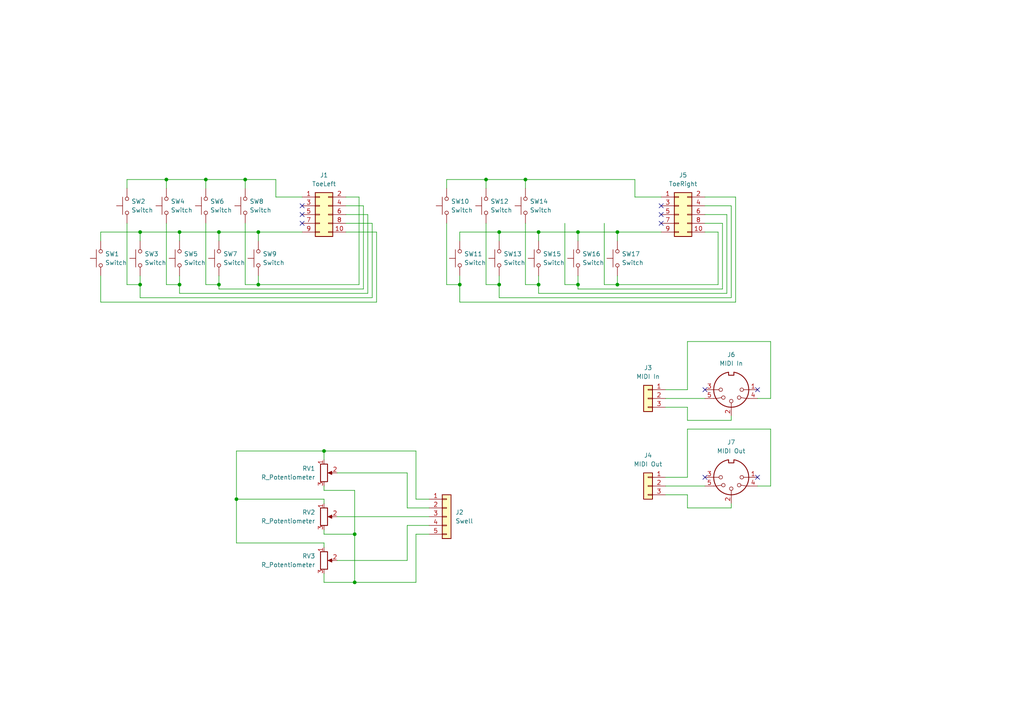
<source format=kicad_sch>
(kicad_sch (version 20231120) (generator "eeschema") (generator_version "8.0")
  (paper "A4")
  (lib_symbols
    (symbol "Connector:DIN-5_180degree" (pin_names (offset 1.016))
      (property "Reference" "J" (at 3.175 5.715 0))
      (property "Value" "DIN-5_180degree" (at 0 -6.35 0))
      (symbol "DIN-5_180degree_0_1"
        (arc (start -5.08 0) (mid -3.8609 -3.3364) (end -0.762 -5.08) (stroke (width 0.254)))
        (circle (center -3.048 0) (radius 0.508))
        (circle (center -2.286 2.286) (radius 0.508))
        (polyline (pts (xy -5.08 0) (xy -3.556 0)))
        (polyline (pts (xy 0 5.08) (xy 0 3.81)))
        (polyline (pts (xy 5.08 0) (xy 3.556 0)))
        (polyline (pts (xy -5.08 2.54) (xy -4.318 2.54) (xy -2.794 2.286)))
        (polyline (pts (xy 5.08 2.54) (xy 4.318 2.54) (xy 2.794 2.286)))
        (polyline (pts (xy -0.762 -4.953) (xy -0.762 -4.191) (xy 0.762 -4.191) (xy 0.762 -4.953)) (stroke (width 0.254)))
        (circle (center 0 3.302) (radius 0.508))
        (arc (start 0.762 -5.08) (mid 3.8685 -3.343) (end 5.08 0) (stroke (width 0.254)))
        (circle (center 2.286 2.286) (radius 0.508))
        (circle (center 3.048 0) (radius 0.508))
        (arc (start 5.08 0) (mid 0 5.0579) (end -5.08 0) (stroke (width 0.254)))
      )
      (symbol "DIN-5_180degree_1_1"
        (pin passive line (at -7.62 0 0) (length 2.54) (name "~") (number "1"))
        (pin passive line (at 0 7.62 270) (length 2.54) (name "~") (number "2"))
        (pin passive line (at 7.62 0 180) (length 2.54) (name "~") (number "3"))
        (pin passive line (at -7.62 2.54 0) (length 2.54) (name "~") (number "4"))
        (pin passive line (at 7.62 2.54 180) (length 2.54) (name "~") (number "5"))
      )
    )
    (symbol "Connector_Generic:Conn_01x03" (pin_names (offset 1.016) hide)
      (property "Reference" "J" (at 0 5.08 0))
      (property "Value" "Conn_01x03" (at 0 -5.08 0))
      (symbol "Conn_01x03_1_1"
        (rectangle (start -1.27 -2.413) (end 0 -2.667) (stroke (width 0.1524)))
        (rectangle (start -1.27 0.127) (end 0 -0.127) (stroke (width 0.1524)))
        (rectangle (start -1.27 2.667) (end 0 2.413) (stroke (width 0.1524)))
        (rectangle (start -1.27 3.81) (end 1.27 -3.81) (stroke (width 0.254)) (fill (type background)))
        (pin passive line (at -5.08 2.54 0) (length 3.81) (name "Pin_1") (number "1"))
        (pin passive line (at -5.08 0 0) (length 3.81) (name "Pin_2") (number "2"))
        (pin passive line (at -5.08 -2.54 0) (length 3.81) (name "Pin_3") (number "3"))
      )
    )
    (symbol "Connector_Generic:Conn_01x05" (pin_names (offset 1.016) hide)
      (property "Reference" "J" (at 0 7.62 0))
      (property "Value" "Conn_01x05" (at 0 -7.62 0))
      (symbol "Conn_01x05_1_1"
        (rectangle (start -1.27 -4.953) (end 0 -5.207) (stroke (width 0.1524)))
        (rectangle (start -1.27 -2.413) (end 0 -2.667) (stroke (width 0.1524)))
        (rectangle (start -1.27 0.127) (end 0 -0.127) (stroke (width 0.1524)))
        (rectangle (start -1.27 2.667) (end 0 2.413) (stroke (width 0.1524)))
        (rectangle (start -1.27 5.207) (end 0 4.953) (stroke (width 0.1524)))
        (rectangle (start -1.27 6.35) (end 1.27 -6.35) (stroke (width 0.254)) (fill (type background)))
        (pin passive line (at -5.08 5.08 0) (length 3.81) (name "Pin_1") (number "1"))
        (pin passive line (at -5.08 2.54 0) (length 3.81) (name "Pin_2") (number "2"))
        (pin passive line (at -5.08 0 0) (length 3.81) (name "Pin_3") (number "3"))
        (pin passive line (at -5.08 -2.54 0) (length 3.81) (name "Pin_4") (number "4"))
        (pin passive line (at -5.08 -5.08 0) (length 3.81) (name "Pin_5") (number "5"))
      )
    )
    (symbol "Connector_Generic:Conn_02x05_Odd_Even" (pin_names (offset 1.016) hide)
      (property "Reference" "J" (at 1.27 7.62 0))
      (property "Value" "Conn_02x05_Odd_Even" (at 1.27 -7.62 0))
      (symbol "Conn_02x05_Odd_Even_1_1"
        (rectangle (start -1.27 -4.953) (end 0 -5.207) (stroke (width 0.1524)))
        (rectangle (start -1.27 -2.413) (end 0 -2.667) (stroke (width 0.1524)))
        (rectangle (start -1.27 0.127) (end 0 -0.127) (stroke (width 0.1524)))
        (rectangle (start -1.27 2.667) (end 0 2.413) (stroke (width 0.1524)))
        (rectangle (start -1.27 5.207) (end 0 4.953) (stroke (width 0.1524)))
        (rectangle (start -1.27 6.35) (end 3.81 -6.35) (stroke (width 0.254)) (fill (type background)))
        (rectangle (start 3.81 -4.953) (end 2.54 -5.207) (stroke (width 0.1524)))
        (rectangle (start 3.81 -2.413) (end 2.54 -2.667) (stroke (width 0.1524)))
        (rectangle (start 3.81 0.127) (end 2.54 -0.127) (stroke (width 0.1524)))
        (rectangle (start 3.81 2.667) (end 2.54 2.413) (stroke (width 0.1524)))
        (rectangle (start 3.81 5.207) (end 2.54 4.953) (stroke (width 0.1524)))
        (pin passive line (at -5.08 5.08 0) (length 3.81) (name "Pin_1") (number "1"))
        (pin passive line (at 7.62 -5.08 180) (length 3.81) (name "Pin_10") (number "10"))
        (pin passive line (at 7.62 5.08 180) (length 3.81) (name "Pin_2") (number "2"))
        (pin passive line (at -5.08 2.54 0) (length 3.81) (name "Pin_3") (number "3"))
        (pin passive line (at 7.62 2.54 180) (length 3.81) (name "Pin_4") (number "4"))
        (pin passive line (at -5.08 0 0) (length 3.81) (name "Pin_5") (number "5"))
        (pin passive line (at 7.62 0 180) (length 3.81) (name "Pin_6") (number "6"))
        (pin passive line (at -5.08 -2.54 0) (length 3.81) (name "Pin_7") (number "7"))
        (pin passive line (at 7.62 -2.54 180) (length 3.81) (name "Pin_8") (number "8"))
        (pin passive line (at -5.08 -5.08 0) (length 3.81) (name "Pin_9") (number "9"))
      )
    )
    (symbol "Device:R_Potentiometer" (pin_names (offset 1.016) hide)
      (property "Reference" "RV" (at -4.445 0 90))
      (property "Value" "R_Potentiometer" (at -2.54 0 90))
      (symbol "R_Potentiometer_0_1"
        (polyline (pts (xy 2.54 0) (xy 1.524 0)))
        (polyline (pts (xy 1.143 0) (xy 2.286 0.508) (xy 2.286 -0.508) (xy 1.143 0)) (fill (type outline)))
        (rectangle (start 1.016 2.54) (end -1.016 -2.54) (stroke (width 0.254)))
      )
      (symbol "R_Potentiometer_1_1"
        (pin passive line (at 0 3.81 270) (length 1.27) (name "1") (number "1"))
        (pin passive line (at 3.81 0 180) (length 1.27) (name "2") (number "2"))
        (pin passive line (at 0 -3.81 90) (length 1.27) (name "3") (number "3"))
      )
    )
    (symbol "Switch:SW_Push" (pin_numbers hide) (pin_names (offset 1.016) hide)
      (property "Reference" "SW" (at 1.27 2.54 0))
      (property "Value" "SW_Push" (at 0 -1.524 0))
      (symbol "SW_Push_0_1"
        (circle (center -2.032 0) (radius 0.508))
        (polyline (pts (xy 0 1.27) (xy 0 3.048)))
        (polyline (pts (xy 2.54 1.27) (xy -2.54 1.27)))
        (circle (center 2.032 0) (radius 0.508))
        (pin passive line (at -5.08 0 0) (length 2.54) (name "1") (number "1"))
        (pin passive line (at 5.08 0 180) (length 2.54) (name "2") (number "2"))
      )
    )
  )
  (junction (at 133.35 82.55))
  (junction (at 179.07 67.31))
  (junction (at 156.21 82.55))
  (junction (at 156.21 67.31))
  (junction (at 68.58 144.78))
  (junction (at 59.69 52.07))
  (junction (at 74.93 67.31))
  (junction (at 167.64 82.55))
  (junction (at 152.4 52.07))
  (junction (at 40.64 67.31))
  (junction (at 52.07 82.55))
  (junction (at 102.87 154.94))
  (junction (at 71.12 52.07))
  (junction (at 48.26 52.07))
  (junction (at 63.5 82.55))
  (junction (at 74.93 82.55))
  (junction (at 102.87 168.91))
  (junction (at 144.78 82.55))
  (junction (at 144.78 67.31))
  (junction (at 167.64 67.31))
  (junction (at 93.98 130.81))
  (junction (at 52.07 67.31))
  (junction (at 63.5 67.31))
  (junction (at 179.07 82.55))
  (junction (at 40.64 82.55))
  (junction (at 140.97 52.07))
  (no_connect (at 191.77 62.23))
  (no_connect (at 219.71 113.03))
  (no_connect (at 191.77 64.77))
  (no_connect (at 87.63 59.69))
  (no_connect (at 204.47 113.03))
  (no_connect (at 87.63 62.23))
  (no_connect (at 219.71 138.43))
  (no_connect (at 191.77 59.69))
  (no_connect (at 204.47 138.43))
  (no_connect (at 87.63 64.77))
  (wire (pts (xy 199.39 138.43) (xy 199.39 124.46)))
  (wire (pts (xy 48.26 52.07) (xy 48.26 54.61)))
  (wire (pts (xy 144.78 67.31) (xy 156.21 67.31)))
  (wire (pts (xy 97.79 137.16) (xy 118.11 137.16)))
  (wire (pts (xy 140.97 54.61) (xy 140.97 52.07)))
  (wire (pts (xy 29.21 69.85) (xy 29.21 67.31)))
  (wire (pts (xy 152.4 52.07) (xy 152.4 54.61)))
  (wire (pts (xy 212.09 86.36) (xy 144.78 86.36)))
  (wire (pts (xy 129.54 82.55) (xy 133.35 82.55)))
  (wire (pts (xy 71.12 82.55) (xy 74.93 82.55)))
  (wire (pts (xy 104.14 57.15) (xy 100.33 57.15)))
  (wire (pts (xy 109.22 87.63) (xy 29.21 87.63)))
  (wire (pts (xy 184.15 57.15) (xy 191.77 57.15)))
  (wire (pts (xy 52.07 67.31) (xy 63.5 67.31)))
  (wire (pts (xy 193.04 118.11) (xy 199.39 118.11)))
  (wire (pts (xy 52.07 82.55) (xy 52.07 80.01)))
  (wire (pts (xy 48.26 82.55) (xy 52.07 82.55)))
  (wire (pts (xy 210.82 85.09) (xy 156.21 85.09)))
  (wire (pts (xy 40.64 86.36) (xy 40.64 82.55)))
  (wire (pts (xy 63.5 67.31) (xy 74.93 67.31)))
  (wire (pts (xy 133.35 82.55) (xy 133.35 80.01)))
  (wire (pts (xy 118.11 152.4) (xy 118.11 162.56)))
  (wire (pts (xy 93.98 154.94) (xy 93.98 153.67)))
  (wire (pts (xy 74.93 82.55) (xy 74.93 80.01)))
  (wire (pts (xy 179.07 82.55) (xy 208.28 82.55)))
  (wire (pts (xy 167.64 83.82) (xy 167.64 82.55)))
  (wire (pts (xy 80.01 57.15) (xy 87.63 57.15)))
  (wire (pts (xy 74.93 82.55) (xy 104.14 82.55)))
  (wire (pts (xy 223.52 115.57) (xy 219.71 115.57)))
  (wire (pts (xy 48.26 64.77) (xy 48.26 82.55)))
  (wire (pts (xy 204.47 62.23) (xy 210.82 62.23)))
  (wire (pts (xy 204.47 67.31) (xy 208.28 67.31)))
  (wire (pts (xy 40.64 67.31) (xy 40.64 69.85)))
  (wire (pts (xy 212.09 147.32) (xy 212.09 146.05)))
  (wire (pts (xy 156.21 67.31) (xy 156.21 69.85)))
  (wire (pts (xy 213.36 87.63) (xy 133.35 87.63)))
  (wire (pts (xy 59.69 52.07) (xy 71.12 52.07)))
  (wire (pts (xy 48.26 52.07) (xy 59.69 52.07)))
  (wire (pts (xy 156.21 82.55) (xy 156.21 80.01)))
  (wire (pts (xy 212.09 59.69) (xy 204.47 59.69)))
  (wire (pts (xy 199.39 147.32) (xy 212.09 147.32)))
  (wire (pts (xy 68.58 144.78) (xy 68.58 157.48)))
  (wire (pts (xy 209.55 83.82) (xy 209.55 64.77)))
  (wire (pts (xy 106.68 85.09) (xy 52.07 85.09)))
  (wire (pts (xy 29.21 87.63) (xy 29.21 80.01)))
  (wire (pts (xy 129.54 64.77) (xy 129.54 82.55)))
  (wire (pts (xy 193.04 140.97) (xy 204.47 140.97)))
  (wire (pts (xy 129.54 54.61) (xy 129.54 52.07)))
  (wire (pts (xy 120.65 154.94) (xy 120.65 168.91)))
  (wire (pts (xy 120.65 168.91) (xy 102.87 168.91)))
  (wire (pts (xy 204.47 64.77) (xy 209.55 64.77)))
  (wire (pts (xy 133.35 87.63) (xy 133.35 82.55)))
  (wire (pts (xy 199.39 113.03) (xy 199.39 99.06)))
  (wire (pts (xy 106.68 62.23) (xy 106.68 85.09)))
  (wire (pts (xy 104.14 82.55) (xy 104.14 57.15)))
  (wire (pts (xy 109.22 67.31) (xy 109.22 87.63)))
  (wire (pts (xy 40.64 82.55) (xy 40.64 80.01)))
  (wire (pts (xy 204.47 57.15) (xy 213.36 57.15)))
  (wire (pts (xy 209.55 83.82) (xy 167.64 83.82)))
  (wire (pts (xy 68.58 130.81) (xy 68.58 144.78)))
  (wire (pts (xy 100.33 59.69) (xy 105.41 59.69)))
  (wire (pts (xy 120.65 144.78) (xy 120.65 130.81)))
  (wire (pts (xy 100.33 64.77) (xy 107.95 64.77)))
  (wire (pts (xy 63.5 83.82) (xy 63.5 82.55)))
  (wire (pts (xy 40.64 67.31) (xy 52.07 67.31)))
  (wire (pts (xy 223.52 124.46) (xy 223.52 140.97)))
  (wire (pts (xy 175.26 64.77) (xy 175.26 82.55)))
  (wire (pts (xy 93.98 157.48) (xy 93.98 158.75)))
  (wire (pts (xy 167.64 67.31) (xy 167.64 69.85)))
  (wire (pts (xy 175.26 82.55) (xy 179.07 82.55)))
  (wire (pts (xy 36.83 64.77) (xy 36.83 82.55)))
  (wire (pts (xy 93.98 130.81) (xy 68.58 130.81)))
  (wire (pts (xy 97.79 149.86) (xy 124.46 149.86)))
  (wire (pts (xy 124.46 154.94) (xy 120.65 154.94)))
  (wire (pts (xy 102.87 168.91) (xy 102.87 154.94)))
  (wire (pts (xy 71.12 52.07) (xy 71.12 54.61)))
  (wire (pts (xy 144.78 67.31) (xy 144.78 69.85)))
  (wire (pts (xy 68.58 157.48) (xy 93.98 157.48)))
  (wire (pts (xy 152.4 52.07) (xy 184.15 52.07)))
  (wire (pts (xy 156.21 85.09) (xy 156.21 82.55)))
  (wire (pts (xy 29.21 67.31) (xy 40.64 67.31)))
  (wire (pts (xy 100.33 62.23) (xy 106.68 62.23)))
  (wire (pts (xy 163.83 82.55) (xy 167.64 82.55)))
  (wire (pts (xy 152.4 64.77) (xy 152.4 82.55)))
  (wire (pts (xy 102.87 142.24) (xy 93.98 142.24)))
  (wire (pts (xy 120.65 130.81) (xy 93.98 130.81)))
  (wire (pts (xy 118.11 162.56) (xy 97.79 162.56)))
  (wire (pts (xy 107.95 64.77) (xy 107.95 86.36)))
  (wire (pts (xy 52.07 85.09) (xy 52.07 82.55)))
  (wire (pts (xy 52.07 67.31) (xy 52.07 69.85)))
  (wire (pts (xy 140.97 82.55) (xy 144.78 82.55)))
  (wire (pts (xy 71.12 52.07) (xy 80.01 52.07)))
  (wire (pts (xy 193.04 138.43) (xy 199.39 138.43)))
  (wire (pts (xy 193.04 115.57) (xy 204.47 115.57)))
  (wire (pts (xy 100.33 67.31) (xy 109.22 67.31)))
  (wire (pts (xy 152.4 82.55) (xy 156.21 82.55)))
  (wire (pts (xy 140.97 64.77) (xy 140.97 82.55)))
  (wire (pts (xy 105.41 83.82) (xy 63.5 83.82)))
  (wire (pts (xy 184.15 52.07) (xy 184.15 57.15)))
  (wire (pts (xy 199.39 143.51) (xy 199.39 147.32)))
  (wire (pts (xy 129.54 52.07) (xy 140.97 52.07)))
  (wire (pts (xy 74.93 67.31) (xy 87.63 67.31)))
  (wire (pts (xy 74.93 67.31) (xy 74.93 69.85)))
  (wire (pts (xy 208.28 67.31) (xy 208.28 82.55)))
  (wire (pts (xy 156.21 67.31) (xy 167.64 67.31)))
  (wire (pts (xy 179.07 82.55) (xy 179.07 80.01)))
  (wire (pts (xy 210.82 62.23) (xy 210.82 85.09)))
  (wire (pts (xy 102.87 168.91) (xy 93.98 168.91)))
  (wire (pts (xy 118.11 137.16) (xy 118.11 147.32)))
  (wire (pts (xy 179.07 67.31) (xy 179.07 69.85)))
  (wire (pts (xy 93.98 130.81) (xy 93.98 133.35)))
  (wire (pts (xy 179.07 67.31) (xy 191.77 67.31)))
  (wire (pts (xy 167.64 67.31) (xy 179.07 67.31)))
  (wire (pts (xy 193.04 143.51) (xy 199.39 143.51)))
  (wire (pts (xy 199.39 124.46) (xy 223.52 124.46)))
  (wire (pts (xy 140.97 52.07) (xy 152.4 52.07)))
  (wire (pts (xy 124.46 144.78) (xy 120.65 144.78)))
  (wire (pts (xy 212.09 121.92) (xy 212.09 120.65)))
  (wire (pts (xy 59.69 82.55) (xy 63.5 82.55)))
  (wire (pts (xy 102.87 154.94) (xy 102.87 142.24)))
  (wire (pts (xy 105.41 59.69) (xy 105.41 83.82)))
  (wire (pts (xy 68.58 144.78) (xy 93.98 144.78)))
  (wire (pts (xy 80.01 52.07) (xy 80.01 57.15)))
  (wire (pts (xy 133.35 69.85) (xy 133.35 67.31)))
  (wire (pts (xy 36.83 52.07) (xy 48.26 52.07)))
  (wire (pts (xy 93.98 142.24) (xy 93.98 140.97)))
  (wire (pts (xy 163.83 64.77) (xy 163.83 82.55)))
  (wire (pts (xy 124.46 152.4) (xy 118.11 152.4)))
  (wire (pts (xy 36.83 82.55) (xy 40.64 82.55)))
  (wire (pts (xy 199.39 118.11) (xy 199.39 121.92)))
  (wire (pts (xy 63.5 67.31) (xy 63.5 69.85)))
  (wire (pts (xy 118.11 147.32) (xy 124.46 147.32)))
  (wire (pts (xy 102.87 154.94) (xy 93.98 154.94)))
  (wire (pts (xy 107.95 86.36) (xy 40.64 86.36)))
  (wire (pts (xy 59.69 64.77) (xy 59.69 82.55)))
  (wire (pts (xy 71.12 64.77) (xy 71.12 82.55)))
  (wire (pts (xy 199.39 99.06) (xy 223.52 99.06)))
  (wire (pts (xy 93.98 144.78) (xy 93.98 146.05)))
  (wire (pts (xy 212.09 86.36) (xy 212.09 59.69)))
  (wire (pts (xy 223.52 99.06) (xy 223.52 115.57)))
  (wire (pts (xy 144.78 86.36) (xy 144.78 82.55)))
  (wire (pts (xy 133.35 67.31) (xy 144.78 67.31)))
  (wire (pts (xy 167.64 82.55) (xy 167.64 80.01)))
  (wire (pts (xy 193.04 113.03) (xy 199.39 113.03)))
  (wire (pts (xy 36.83 54.61) (xy 36.83 52.07)))
  (wire (pts (xy 213.36 57.15) (xy 213.36 87.63)))
  (wire (pts (xy 199.39 121.92) (xy 212.09 121.92)))
  (wire (pts (xy 144.78 82.55) (xy 144.78 80.01)))
  (wire (pts (xy 223.52 140.97) (xy 219.71 140.97)))
  (wire (pts (xy 63.5 82.55) (xy 63.5 80.01)))
  (wire (pts (xy 93.98 168.91) (xy 93.98 166.37)))
  (wire (pts (xy 59.69 52.07) (xy 59.69 54.61)))
  (symbol (lib_id "Connector_Generic:Conn_01x05") (at 129.54 149.86 0) (unit 1)
    (property "Reference" "J2" (at 132.08 148.5899 0) (effects (justify left)))
    (property "Value" "Swell" (at 132.08 151.1299 0) (effects (justify left)))
    (property "Description" "Generic connector, single row, 01x05, script generated (kicad-library-utils/schlib/autogen/connector/)" (effects (hide yes)))
  )
  (symbol (lib_id "Switch:SW_Push") (at 133.35 74.93 90) (unit 1)
    (property "Reference" "SW11" (at 134.62 73.6599 90) (effects (justify right)))
    (property "Value" "Switch" (at 134.62 76.1999 90) (effects (justify right)))
    (property "Description" "Push button switch, generic, two pins" (effects (hide yes)))
  )
  (symbol (lib_id "Switch:SW_Push") (at 140.97 59.69 90) (unit 1)
    (property "Reference" "SW12" (at 142.24 58.4199 90) (effects (justify right)))
    (property "Value" "Switch" (at 142.24 60.9599 90) (effects (justify right)))
    (property "Description" "Push button switch, generic, two pins" (effects (hide yes)))
  )
  (symbol (lib_id "Switch:SW_Push") (at 179.07 74.93 90) (unit 1)
    (property "Reference" "SW17" (at 180.34 73.6599 90) (effects (justify right)))
    (property "Value" "Switch" (at 180.34 76.1999 90) (effects (justify right)))
    (property "Description" "Push button switch, generic, two pins" (effects (hide yes)))
  )
  (symbol (lib_id "Device:R_Potentiometer") (at 93.98 149.86 0) (unit 1)
    (property "Reference" "RV2" (at 91.44 148.5899 0) (effects (justify right)))
    (property "Value" "R_Potentiometer" (at 91.44 151.1299 0) (effects (justify right)))
    (property "Description" "Potentiometer" (effects (hide yes)))
  )
  (symbol (lib_id "Device:R_Potentiometer") (at 93.98 137.16 0) (unit 1)
    (property "Reference" "RV1" (at 91.44 135.8899 0) (effects (justify right)))
    (property "Value" "R_Potentiometer" (at 91.44 138.4299 0) (effects (justify right)))
    (property "Description" "Potentiometer" (effects (hide yes)))
  )
  (symbol (lib_id "Switch:SW_Push") (at 29.21 74.93 90) (unit 1)
    (property "Reference" "SW1" (at 30.48 73.6599 90) (effects (justify right)))
    (property "Value" "Switch" (at 30.48 76.1999 90) (effects (justify right)))
    (property "Description" "Push button switch, generic, two pins" (effects (hide yes)))
  )
  (symbol (lib_id "Switch:SW_Push") (at 74.93 74.93 90) (unit 1)
    (property "Reference" "SW9" (at 76.2 73.6599 90) (effects (justify right)))
    (property "Value" "Switch" (at 76.2 76.1999 90) (effects (justify right)))
    (property "Description" "Push button switch, generic, two pins" (effects (hide yes)))
  )
  (symbol (lib_id "Switch:SW_Push") (at 48.26 59.69 90) (unit 1)
    (property "Reference" "SW4" (at 49.53 58.4199 90) (effects (justify right)))
    (property "Value" "Switch" (at 49.53 60.9599 90) (effects (justify right)))
    (property "Description" "Push button switch, generic, two pins" (effects (hide yes)))
  )
  (symbol (lib_id "Switch:SW_Push") (at 40.64 74.93 90) (unit 1)
    (property "Reference" "SW3" (at 41.91 73.6599 90) (effects (justify right)))
    (property "Value" "Switch" (at 41.91 76.1999 90) (effects (justify right)))
    (property "Description" "Push button switch, generic, two pins" (effects (hide yes)))
  )
  (symbol (lib_id "Connector:DIN-5_180degree") (at 212.09 138.43 180) (unit 1)
    (property "Reference" "J7" (at 212.0899 128.27 0))
    (property "Value" "MIDI Out" (at 212.0899 130.81 0))
    (property "Datasheet" "http://www.mouser.com/ds/2/18/40_c091_abd_e-75918.pdf" (effects (hide yes)))
    (property "Description" "5-pin DIN connector (5-pin DIN-5 stereo)" (effects (hide yes)))
  )
  (symbol (lib_id "Switch:SW_Push") (at 71.12 59.69 90) (unit 1)
    (property "Reference" "SW8" (at 72.39 58.4199 90) (effects (justify right)))
    (property "Value" "Switch" (at 72.39 60.9599 90) (effects (justify right)))
    (property "Description" "Push button switch, generic, two pins" (effects (hide yes)))
  )
  (symbol (lib_id "Switch:SW_Push") (at 59.69 59.69 90) (unit 1)
    (property "Reference" "SW6" (at 60.96 58.4199 90) (effects (justify right)))
    (property "Value" "Switch" (at 60.96 60.9599 90) (effects (justify right)))
    (property "Description" "Push button switch, generic, two pins" (effects (hide yes)))
  )
  (symbol (lib_id "Device:R_Potentiometer") (at 93.98 162.56 0) (unit 1)
    (property "Reference" "RV3" (at 91.44 161.2899 0) (effects (justify right)))
    (property "Value" "R_Potentiometer" (at 91.44 163.8299 0) (effects (justify right)))
    (property "Description" "Potentiometer" (effects (hide yes)))
  )
  (symbol (lib_id "Switch:SW_Push") (at 167.64 74.93 90) (unit 1)
    (property "Reference" "SW16" (at 168.91 73.6599 90) (effects (justify right)))
    (property "Value" "Switch" (at 168.91 76.1999 90) (effects (justify right)))
    (property "Description" "Push button switch, generic, two pins" (effects (hide yes)))
  )
  (symbol (lib_id "Connector:DIN-5_180degree") (at 212.09 113.03 180) (unit 1)
    (property "Reference" "J6" (at 212.0899 102.87 0))
    (property "Value" "MIDI In" (at 212.0899 105.41 0))
    (property "Datasheet" "http://www.mouser.com/ds/2/18/40_c091_abd_e-75918.pdf" (effects (hide yes)))
    (property "Description" "5-pin DIN connector (5-pin DIN-5 stereo)" (effects (hide yes)))
  )
  (symbol (lib_id "Connector_Generic:Conn_01x03") (at 187.96 115.57 0) (mirror y) (unit 1)
    (property "Reference" "J3" (at 187.96 106.68 0))
    (property "Value" "MIDI In" (at 187.96 109.22 0))
    (property "Description" "Generic connector, single row, 01x03, script generated (kicad-library-utils/schlib/autogen/connector/)" (effects (hide yes)))
  )
  (symbol (lib_id "Switch:SW_Push") (at 144.78 74.93 90) (unit 1)
    (property "Reference" "SW13" (at 146.05 73.6599 90) (effects (justify right)))
    (property "Value" "Switch" (at 146.05 76.1999 90) (effects (justify right)))
    (property "Description" "Push button switch, generic, two pins" (effects (hide yes)))
  )
  (symbol (lib_id "Switch:SW_Push") (at 36.83 59.69 90) (unit 1)
    (property "Reference" "SW2" (at 38.1 58.4199 90) (effects (justify right)))
    (property "Value" "Switch" (at 38.1 60.9599 90) (effects (justify right)))
    (property "Description" "Push button switch, generic, two pins" (effects (hide yes)))
  )
  (symbol (lib_id "Switch:SW_Push") (at 52.07 74.93 90) (unit 1)
    (property "Reference" "SW5" (at 53.34 73.6599 90) (effects (justify right)))
    (property "Value" "Switch" (at 53.34 76.1999 90) (effects (justify right)))
    (property "Description" "Push button switch, generic, two pins" (effects (hide yes)))
  )
  (symbol (lib_id "Switch:SW_Push") (at 129.54 59.69 90) (unit 1)
    (property "Reference" "SW10" (at 130.81 58.4199 90) (effects (justify right)))
    (property "Value" "Switch" (at 130.81 60.9599 90) (effects (justify right)))
    (property "Description" "Push button switch, generic, two pins" (effects (hide yes)))
  )
  (symbol (lib_id "Connector_Generic:Conn_02x05_Odd_Even") (at 92.71 62.23 0) (unit 1)
    (property "Reference" "J1" (at 93.98 50.8 0))
    (property "Value" "ToeLeft" (at 93.98 53.34 0))
    (property "Description" "Generic connector, double row, 02x05, odd/even pin numbering scheme (row 1 odd numbers, row 2 even numbers), script generated (kicad-library-utils/schlib/autogen/connector/)" (effects (hide yes)))
  )
  (symbol (lib_id "Switch:SW_Push") (at 156.21 74.93 90) (unit 1)
    (property "Reference" "SW15" (at 157.48 73.6599 90) (effects (justify right)))
    (property "Value" "Switch" (at 157.48 76.1999 90) (effects (justify right)))
    (property "Description" "Push button switch, generic, two pins" (effects (hide yes)))
  )
  (symbol (lib_id "Connector_Generic:Conn_01x03") (at 187.96 140.97 0) (mirror y) (unit 1)
    (property "Reference" "J4" (at 187.96 132.08 0))
    (property "Value" "MIDI Out" (at 187.96 134.62 0))
    (property "Description" "Generic connector, single row, 01x03, script generated (kicad-library-utils/schlib/autogen/connector/)" (effects (hide yes)))
  )
  (symbol (lib_id "Switch:SW_Push") (at 63.5 74.93 90) (unit 1)
    (property "Reference" "SW7" (at 64.77 73.6599 90) (effects (justify right)))
    (property "Value" "Switch" (at 64.77 76.1999 90) (effects (justify right)))
    (property "Description" "Push button switch, generic, two pins" (effects (hide yes)))
  )
  (symbol (lib_id "Connector_Generic:Conn_02x05_Odd_Even") (at 196.85 62.23 0) (unit 1)
    (property "Reference" "J5" (at 198.12 50.8 0))
    (property "Value" "ToeRight" (at 198.12 53.34 0))
    (property "Description" "Generic connector, double row, 02x05, odd/even pin numbering scheme (row 1 odd numbers, row 2 even numbers), script generated (kicad-library-utils/schlib/autogen/connector/)" (effects (hide yes)))
  )
  (symbol (lib_id "Switch:SW_Push") (at 152.4 59.69 90) (unit 1)
    (property "Reference" "SW14" (at 153.67 58.4199 90) (effects (justify right)))
    (property "Value" "Switch" (at 153.67 60.9599 90) (effects (justify right)))
    (property "Description" "Push button switch, generic, two pins" (effects (hide yes)))
  )
)
</source>
